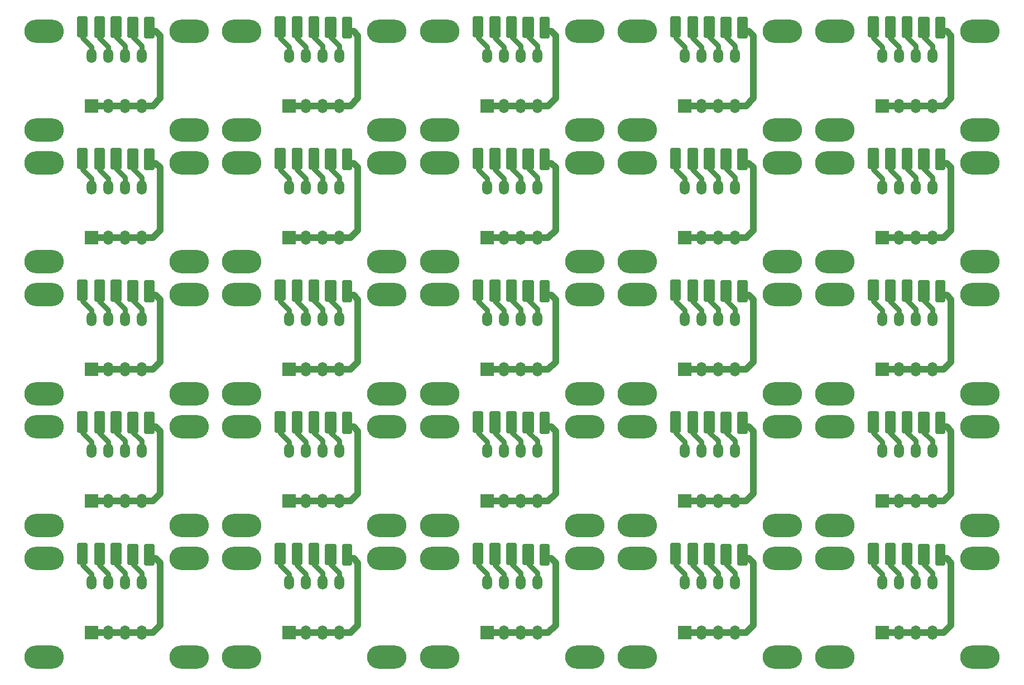
<source format=gbr>
G04 DipTrace 3.3.1.0*
G04 Bottom.gbr*
%MOIN*%
G04 #@! TF.FileFunction,Copper,L2,Bot*
G04 #@! TF.Part,Single*
%AMOUTLINE0*
4,1,20,
0.029528,0.0,
0.028082,-0.012166,
0.023888,-0.023141,
0.017356,-0.031851,
0.009125,-0.037443,
0.0,-0.03937,
-0.009125,-0.037443,
-0.017356,-0.031851,
-0.023888,-0.023141,
-0.028082,-0.012166,
-0.029528,0.0,
-0.028082,0.012166,
-0.023888,0.023141,
-0.017356,0.031851,
-0.009125,0.037443,
0.0,0.03937,
0.009125,0.037443,
0.017356,0.031851,
0.023888,0.023141,
0.028082,0.012166,
0.029528,0.0,
0*%
G04 #@! TA.AperFunction,Conductor*
%ADD13C,0.031496*%
%ADD14C,0.03937*%
G04 #@! TA.AperFunction,CopperBalancing*
%ADD15C,0.025*%
G04 #@! TA.AperFunction,ComponentPad*
%ADD16R,0.07874X0.07874*%
%ADD17O,0.059055X0.086614*%
%ADD18O,0.23622X0.137795*%
%ADD31OUTLINE0*%
%FSLAX26Y26*%
G04*
G70*
G90*
G75*
G01*
G04 Bottom*
%LPD*%
X781201Y1081201D2*
D13*
Y1043701D1*
X834252Y990650D1*
Y937402D1*
X881201Y1081201D2*
Y1043701D1*
X934252Y990650D1*
Y937402D1*
X981201Y1081201D2*
Y1049951D1*
X1034252Y996900D1*
Y937402D1*
X1081201Y1081201D2*
Y1049951D1*
X1134252Y996900D1*
Y937402D1*
X1181201Y1081201D2*
D14*
X1218701D1*
X1244094Y1055807D1*
Y681594D1*
X1199902Y637402D1*
X1134252D1*
X1034252D1*
X934252D2*
X1034252D1*
X834252D2*
X934252D1*
X763050Y1135860D2*
D15*
X796014D1*
X763050Y1110991D2*
X796014D1*
X763050Y1086122D2*
X796014D1*
X763050Y1061253D2*
X796014D1*
X760531Y1086579D2*
Y1059738D1*
X798521Y1059744D1*
X798524Y1160745D1*
X760534Y1160728D1*
X760531Y1086610D1*
X865412Y1135860D2*
X898377D1*
X865412Y1110991D2*
X898377D1*
X865412Y1086122D2*
X898377D1*
X865412Y1061253D2*
X898377D1*
X862894Y1086579D2*
Y1055790D1*
X900883Y1055807D1*
X900886Y1160756D1*
X862896Y1160728D1*
X862894Y1086610D1*
X963837Y1135860D2*
X996802D1*
X963837Y1110991D2*
X996802D1*
X963837Y1086122D2*
X996802D1*
X963837Y1061253D2*
X996802D1*
X961319Y1086579D2*
Y1055790D1*
X999308Y1055807D1*
X999311Y1160756D1*
X961322Y1160728D1*
X961319Y1086610D1*
X1062262Y1131923D2*
X1099175D1*
X1062262Y1107054D2*
X1099175D1*
X1062262Y1082185D2*
X1099175D1*
X1062262Y1057316D2*
X1099175D1*
X1059744Y1082642D2*
Y1055801D1*
X1101680Y1055807D1*
X1101673Y1156808D1*
X1059738Y1156791D1*
X1059744Y1082673D1*
X1164625Y1131923D2*
X1193678D1*
X1164625Y1107054D2*
X1193678D1*
X1164625Y1082185D2*
X1193678D1*
X1164625Y1057316D2*
X1193678D1*
X1162106Y1082642D2*
Y1051853D1*
X1196148Y1051870D1*
X1196161Y1156819D1*
X1162119Y1156791D1*
X1162106Y1082673D1*
D31*
X781201Y1081201D3*
X881201D3*
X981201D3*
X1081201D3*
X1181201D3*
D16*
X834252Y637402D3*
D17*
X934252D3*
X1034252D3*
X1134252D3*
Y937402D3*
X1034252D3*
X934252D3*
X834252D3*
D18*
X551181Y1082677D3*
X1417323D3*
X551181Y492126D3*
X1417323D3*
X1962303Y1081201D2*
D13*
Y1043701D1*
X2015354Y990650D1*
Y937402D1*
X2062303Y1081201D2*
Y1043701D1*
X2115354Y990650D1*
Y937402D1*
X2162303Y1081201D2*
Y1049951D1*
X2215354Y996900D1*
Y937402D1*
X2262303Y1081201D2*
Y1049951D1*
X2315354Y996900D1*
Y937402D1*
X2362303Y1081201D2*
D14*
X2399803D1*
X2425197Y1055807D1*
Y681594D1*
X2381004Y637402D1*
X2315354D1*
X2215354D1*
X2115354D2*
X2215354D1*
X2015354D2*
X2115354D1*
X1944152Y1135860D2*
D15*
X1977117D1*
X1944152Y1110991D2*
X1977117D1*
X1944152Y1086122D2*
X1977117D1*
X1944152Y1061253D2*
X1977117D1*
X1941634Y1086579D2*
Y1059738D1*
X1979623Y1059744D1*
X1979626Y1160745D1*
X1941636Y1160728D1*
X1941634Y1086610D1*
X2046514Y1135860D2*
X2079479D1*
X2046514Y1110991D2*
X2079479D1*
X2046514Y1086122D2*
X2079479D1*
X2046514Y1061253D2*
X2079479D1*
X2043996Y1086579D2*
Y1055790D1*
X2081986Y1055807D1*
X2081988Y1160756D1*
X2043999Y1160728D1*
X2043996Y1086610D1*
X2144940Y1135860D2*
X2177904D1*
X2144940Y1110991D2*
X2177904D1*
X2144940Y1086122D2*
X2177904D1*
X2144940Y1061253D2*
X2177904D1*
X2142421Y1086579D2*
Y1055790D1*
X2180411Y1055807D1*
X2180413Y1160756D1*
X2142424Y1160728D1*
X2142421Y1086610D1*
X2243365Y1131923D2*
X2280277D1*
X2243365Y1107054D2*
X2280277D1*
X2243365Y1082185D2*
X2280277D1*
X2243365Y1057316D2*
X2280277D1*
X2240846Y1082642D2*
Y1055801D1*
X2282782Y1055807D1*
X2282776Y1156808D1*
X2240840Y1156791D1*
X2240846Y1082673D1*
X2345727Y1131923D2*
X2374781D1*
X2345727Y1107054D2*
X2374781D1*
X2345727Y1082185D2*
X2374781D1*
X2345727Y1057316D2*
X2374781D1*
X2343209Y1082642D2*
Y1051853D1*
X2377251Y1051870D1*
X2377264Y1156819D1*
X2343222Y1156791D1*
X2343209Y1082673D1*
D31*
X1962303Y1081201D3*
X2062303D3*
X2162303D3*
X2262303D3*
X2362303D3*
D16*
X2015354Y637402D3*
D17*
X2115354D3*
X2215354D3*
X2315354D3*
Y937402D3*
X2215354D3*
X2115354D3*
X2015354D3*
D18*
X1732283Y1082677D3*
X2598425D3*
X1732283Y492126D3*
X2598425D3*
X3143406Y1081201D2*
D13*
Y1043701D1*
X3196457Y990650D1*
Y937402D1*
X3243406Y1081201D2*
Y1043701D1*
X3296457Y990650D1*
Y937402D1*
X3343406Y1081201D2*
Y1049951D1*
X3396457Y996900D1*
Y937402D1*
X3443406Y1081201D2*
Y1049951D1*
X3496457Y996900D1*
Y937402D1*
X3543406Y1081201D2*
D14*
X3580906D1*
X3606299Y1055807D1*
Y681594D1*
X3562106Y637402D1*
X3496457D1*
X3396457D1*
X3296457D2*
X3396457D1*
X3196457D2*
X3296457D1*
X3125255Y1135860D2*
D15*
X3158219D1*
X3125255Y1110991D2*
X3158219D1*
X3125255Y1086122D2*
X3158219D1*
X3125255Y1061253D2*
X3158219D1*
X3122736Y1086579D2*
Y1059738D1*
X3160726Y1059744D1*
X3160728Y1160745D1*
X3122739Y1160728D1*
X3122736Y1086610D1*
X3227617Y1135860D2*
X3260581D1*
X3227617Y1110991D2*
X3260581D1*
X3227617Y1086122D2*
X3260581D1*
X3227617Y1061253D2*
X3260581D1*
X3225098Y1086579D2*
Y1055790D1*
X3263088Y1055807D1*
X3263091Y1160756D1*
X3225101Y1160728D1*
X3225098Y1086610D1*
X3326042Y1135860D2*
X3359007D1*
X3326042Y1110991D2*
X3359007D1*
X3326042Y1086122D2*
X3359007D1*
X3326042Y1061253D2*
X3359007D1*
X3323524Y1086579D2*
Y1055790D1*
X3361513Y1055807D1*
X3361516Y1160756D1*
X3323526Y1160728D1*
X3323524Y1086610D1*
X3424467Y1131923D2*
X3461379D1*
X3424467Y1107054D2*
X3461379D1*
X3424467Y1082185D2*
X3461379D1*
X3424467Y1057316D2*
X3461379D1*
X3421949Y1082642D2*
Y1055801D1*
X3463885Y1055807D1*
X3463878Y1156808D1*
X3421942Y1156791D1*
X3421949Y1082673D1*
X3526829Y1131923D2*
X3555883D1*
X3526829Y1107054D2*
X3555883D1*
X3526829Y1082185D2*
X3555883D1*
X3526829Y1057316D2*
X3555883D1*
X3524311Y1082642D2*
Y1051853D1*
X3558353Y1051870D1*
X3558366Y1156819D1*
X3524324Y1156791D1*
X3524311Y1082673D1*
D31*
X3143406Y1081201D3*
X3243406D3*
X3343406D3*
X3443406D3*
X3543406D3*
D16*
X3196457Y637402D3*
D17*
X3296457D3*
X3396457D3*
X3496457D3*
Y937402D3*
X3396457D3*
X3296457D3*
X3196457D3*
D18*
X2913386Y1082677D3*
X3779528D3*
X2913386Y492126D3*
X3779528D3*
X4324508Y1081201D2*
D13*
Y1043701D1*
X4377559Y990650D1*
Y937402D1*
X4424508Y1081201D2*
Y1043701D1*
X4477559Y990650D1*
Y937402D1*
X4524508Y1081201D2*
Y1049951D1*
X4577559Y996900D1*
Y937402D1*
X4624508Y1081201D2*
Y1049951D1*
X4677559Y996900D1*
Y937402D1*
X4724508Y1081201D2*
D14*
X4762008D1*
X4787402Y1055807D1*
Y681594D1*
X4743209Y637402D1*
X4677559D1*
X4577559D1*
X4477559D2*
X4577559D1*
X4377559D2*
X4477559D1*
X4306357Y1135860D2*
D15*
X4339322D1*
X4306357Y1110991D2*
X4339322D1*
X4306357Y1086122D2*
X4339322D1*
X4306357Y1061253D2*
X4339322D1*
X4303839Y1086579D2*
Y1059738D1*
X4341828Y1059744D1*
X4341831Y1160745D1*
X4303841Y1160728D1*
X4303839Y1086610D1*
X4408719Y1135860D2*
X4441684D1*
X4408719Y1110991D2*
X4441684D1*
X4408719Y1086122D2*
X4441684D1*
X4408719Y1061253D2*
X4441684D1*
X4406201Y1086579D2*
Y1055790D1*
X4444190Y1055807D1*
X4444193Y1160756D1*
X4406203Y1160728D1*
X4406201Y1086610D1*
X4507144Y1135860D2*
X4540109D1*
X4507144Y1110991D2*
X4540109D1*
X4507144Y1086122D2*
X4540109D1*
X4507144Y1061253D2*
X4540109D1*
X4504626Y1086579D2*
Y1055790D1*
X4542615Y1055807D1*
X4542618Y1160756D1*
X4504629Y1160728D1*
X4504626Y1086610D1*
X4605570Y1131923D2*
X4642482D1*
X4605570Y1107054D2*
X4642482D1*
X4605570Y1082185D2*
X4642482D1*
X4605570Y1057316D2*
X4642482D1*
X4603051Y1082642D2*
Y1055801D1*
X4644987Y1055807D1*
X4644980Y1156808D1*
X4603045Y1156791D1*
X4603051Y1082673D1*
X4707932Y1131923D2*
X4736986D1*
X4707932Y1107054D2*
X4736986D1*
X4707932Y1082185D2*
X4736986D1*
X4707932Y1057316D2*
X4736986D1*
X4705413Y1082642D2*
Y1051853D1*
X4739455Y1051870D1*
X4739469Y1156819D1*
X4705427Y1156791D1*
X4705413Y1082673D1*
D31*
X4324508Y1081201D3*
X4424508D3*
X4524508D3*
X4624508D3*
X4724508D3*
D16*
X4377559Y637402D3*
D17*
X4477559D3*
X4577559D3*
X4677559D3*
Y937402D3*
X4577559D3*
X4477559D3*
X4377559D3*
D18*
X4094488Y1082677D3*
X4960630D3*
X4094488Y492126D3*
X4960630D3*
X5505610Y1081201D2*
D13*
Y1043701D1*
X5558661Y990650D1*
Y937402D1*
X5605610Y1081201D2*
Y1043701D1*
X5658661Y990650D1*
Y937402D1*
X5705610Y1081201D2*
Y1049951D1*
X5758661Y996900D1*
Y937402D1*
X5805610Y1081201D2*
Y1049951D1*
X5858661Y996900D1*
Y937402D1*
X5905610Y1081201D2*
D14*
X5943110D1*
X5968504Y1055807D1*
Y681594D1*
X5924311Y637402D1*
X5858661D1*
X5758661D1*
X5658661D2*
X5758661D1*
X5558661D2*
X5658661D1*
X5487459Y1135860D2*
D15*
X5520424D1*
X5487459Y1110991D2*
X5520424D1*
X5487459Y1086122D2*
X5520424D1*
X5487459Y1061253D2*
X5520424D1*
X5484941Y1086579D2*
Y1059738D1*
X5522930Y1059744D1*
X5522933Y1160745D1*
X5484944Y1160728D1*
X5484941Y1086610D1*
X5589822Y1135860D2*
X5622786D1*
X5589822Y1110991D2*
X5622786D1*
X5589822Y1086122D2*
X5622786D1*
X5589822Y1061253D2*
X5622786D1*
X5587303Y1086579D2*
Y1055790D1*
X5625293Y1055807D1*
X5625295Y1160756D1*
X5587306Y1160728D1*
X5587303Y1086610D1*
X5688247Y1135860D2*
X5721211D1*
X5688247Y1110991D2*
X5721211D1*
X5688247Y1086122D2*
X5721211D1*
X5688247Y1061253D2*
X5721211D1*
X5685728Y1086579D2*
Y1055790D1*
X5723718Y1055807D1*
X5723720Y1160756D1*
X5685731Y1160728D1*
X5685728Y1086610D1*
X5786672Y1131923D2*
X5823584D1*
X5786672Y1107054D2*
X5823584D1*
X5786672Y1082185D2*
X5823584D1*
X5786672Y1057316D2*
X5823584D1*
X5784154Y1082642D2*
Y1055801D1*
X5826089Y1055807D1*
X5826083Y1156808D1*
X5784147Y1156791D1*
X5784154Y1082673D1*
X5889034Y1131923D2*
X5918088D1*
X5889034Y1107054D2*
X5918088D1*
X5889034Y1082185D2*
X5918088D1*
X5889034Y1057316D2*
X5918088D1*
X5886516Y1082642D2*
Y1051853D1*
X5920558Y1051870D1*
X5920571Y1156819D1*
X5886529Y1156791D1*
X5886516Y1082673D1*
D31*
X5505610Y1081201D3*
X5605610D3*
X5705610D3*
X5805610D3*
X5905610D3*
D16*
X5558661Y637402D3*
D17*
X5658661D3*
X5758661D3*
X5858661D3*
Y937402D3*
X5758661D3*
X5658661D3*
X5558661D3*
D18*
X5275591Y1082677D3*
X6141732D3*
X5275591Y492126D3*
X6141732D3*
X781201Y1868602D2*
D13*
Y1831102D1*
X834252Y1778051D1*
Y1724803D1*
X881201Y1868602D2*
Y1831102D1*
X934252Y1778051D1*
Y1724803D1*
X981201Y1868602D2*
Y1837353D1*
X1034252Y1784302D1*
Y1724803D1*
X1081201Y1868602D2*
Y1837353D1*
X1134252Y1784302D1*
Y1724803D1*
X1181201Y1868602D2*
D14*
X1218701D1*
X1244094Y1843209D1*
Y1468996D1*
X1199902Y1424803D1*
X1134252D1*
X1034252D1*
X934252D2*
X1034252D1*
X834252D2*
X934252D1*
X763050Y1923261D2*
D15*
X796014D1*
X763050Y1898392D2*
X796014D1*
X763050Y1873524D2*
X796014D1*
X763050Y1848655D2*
X796014D1*
X760531Y1873980D2*
Y1847139D1*
X798521Y1847146D1*
X798524Y1948147D1*
X760534Y1948130D1*
X760531Y1874012D1*
X865412Y1923261D2*
X898377D1*
X865412Y1898392D2*
X898377D1*
X865412Y1873524D2*
X898377D1*
X865412Y1848655D2*
X898377D1*
X862894Y1873980D2*
Y1843192D1*
X900883Y1843209D1*
X900886Y1948157D1*
X862896Y1948130D1*
X862894Y1874012D1*
X963837Y1923261D2*
X996802D1*
X963837Y1898392D2*
X996802D1*
X963837Y1873524D2*
X996802D1*
X963837Y1848655D2*
X996802D1*
X961319Y1873980D2*
Y1843192D1*
X999308Y1843209D1*
X999311Y1948157D1*
X961322Y1948130D1*
X961319Y1874012D1*
X1062262Y1919324D2*
X1099175D1*
X1062262Y1894455D2*
X1099175D1*
X1062262Y1869587D2*
X1099175D1*
X1062262Y1844718D2*
X1099175D1*
X1059744Y1870043D2*
Y1843202D1*
X1101680Y1843209D1*
X1101673Y1944210D1*
X1059738Y1944193D1*
X1059744Y1870075D1*
X1164625Y1919324D2*
X1193678D1*
X1164625Y1894455D2*
X1193678D1*
X1164625Y1869587D2*
X1193678D1*
X1164625Y1844718D2*
X1193678D1*
X1162106Y1870043D2*
Y1839255D1*
X1196148Y1839272D1*
X1196161Y1944220D1*
X1162119Y1944193D1*
X1162106Y1870075D1*
D31*
X781201Y1868602D3*
X881201D3*
X981201D3*
X1081201D3*
X1181201D3*
D16*
X834252Y1424803D3*
D17*
X934252D3*
X1034252D3*
X1134252D3*
Y1724803D3*
X1034252D3*
X934252D3*
X834252D3*
D18*
X551181Y1870079D3*
X1417323D3*
X551181Y1279528D3*
X1417323D3*
X1962303Y1868602D2*
D13*
Y1831102D1*
X2015354Y1778051D1*
Y1724803D1*
X2062303Y1868602D2*
Y1831102D1*
X2115354Y1778051D1*
Y1724803D1*
X2162303Y1868602D2*
Y1837353D1*
X2215354Y1784302D1*
Y1724803D1*
X2262303Y1868602D2*
Y1837353D1*
X2315354Y1784302D1*
Y1724803D1*
X2362303Y1868602D2*
D14*
X2399803D1*
X2425197Y1843209D1*
Y1468996D1*
X2381004Y1424803D1*
X2315354D1*
X2215354D1*
X2115354D2*
X2215354D1*
X2015354D2*
X2115354D1*
X1944152Y1923261D2*
D15*
X1977117D1*
X1944152Y1898392D2*
X1977117D1*
X1944152Y1873524D2*
X1977117D1*
X1944152Y1848655D2*
X1977117D1*
X1941634Y1873980D2*
Y1847139D1*
X1979623Y1847146D1*
X1979626Y1948147D1*
X1941636Y1948130D1*
X1941634Y1874012D1*
X2046514Y1923261D2*
X2079479D1*
X2046514Y1898392D2*
X2079479D1*
X2046514Y1873524D2*
X2079479D1*
X2046514Y1848655D2*
X2079479D1*
X2043996Y1873980D2*
Y1843192D1*
X2081986Y1843209D1*
X2081988Y1948157D1*
X2043999Y1948130D1*
X2043996Y1874012D1*
X2144940Y1923261D2*
X2177904D1*
X2144940Y1898392D2*
X2177904D1*
X2144940Y1873524D2*
X2177904D1*
X2144940Y1848655D2*
X2177904D1*
X2142421Y1873980D2*
Y1843192D1*
X2180411Y1843209D1*
X2180413Y1948157D1*
X2142424Y1948130D1*
X2142421Y1874012D1*
X2243365Y1919324D2*
X2280277D1*
X2243365Y1894455D2*
X2280277D1*
X2243365Y1869587D2*
X2280277D1*
X2243365Y1844718D2*
X2280277D1*
X2240846Y1870043D2*
Y1843202D1*
X2282782Y1843209D1*
X2282776Y1944210D1*
X2240840Y1944193D1*
X2240846Y1870075D1*
X2345727Y1919324D2*
X2374781D1*
X2345727Y1894455D2*
X2374781D1*
X2345727Y1869587D2*
X2374781D1*
X2345727Y1844718D2*
X2374781D1*
X2343209Y1870043D2*
Y1839255D1*
X2377251Y1839272D1*
X2377264Y1944220D1*
X2343222Y1944193D1*
X2343209Y1870075D1*
D31*
X1962303Y1868602D3*
X2062303D3*
X2162303D3*
X2262303D3*
X2362303D3*
D16*
X2015354Y1424803D3*
D17*
X2115354D3*
X2215354D3*
X2315354D3*
Y1724803D3*
X2215354D3*
X2115354D3*
X2015354D3*
D18*
X1732283Y1870079D3*
X2598425D3*
X1732283Y1279528D3*
X2598425D3*
X3143406Y1868602D2*
D13*
Y1831102D1*
X3196457Y1778051D1*
Y1724803D1*
X3243406Y1868602D2*
Y1831102D1*
X3296457Y1778051D1*
Y1724803D1*
X3343406Y1868602D2*
Y1837353D1*
X3396457Y1784302D1*
Y1724803D1*
X3443406Y1868602D2*
Y1837353D1*
X3496457Y1784302D1*
Y1724803D1*
X3543406Y1868602D2*
D14*
X3580906D1*
X3606299Y1843209D1*
Y1468996D1*
X3562106Y1424803D1*
X3496457D1*
X3396457D1*
X3296457D2*
X3396457D1*
X3196457D2*
X3296457D1*
X3125255Y1923261D2*
D15*
X3158219D1*
X3125255Y1898392D2*
X3158219D1*
X3125255Y1873524D2*
X3158219D1*
X3125255Y1848655D2*
X3158219D1*
X3122736Y1873980D2*
Y1847139D1*
X3160726Y1847146D1*
X3160728Y1948147D1*
X3122739Y1948130D1*
X3122736Y1874012D1*
X3227617Y1923261D2*
X3260581D1*
X3227617Y1898392D2*
X3260581D1*
X3227617Y1873524D2*
X3260581D1*
X3227617Y1848655D2*
X3260581D1*
X3225098Y1873980D2*
Y1843192D1*
X3263088Y1843209D1*
X3263091Y1948157D1*
X3225101Y1948130D1*
X3225098Y1874012D1*
X3326042Y1923261D2*
X3359007D1*
X3326042Y1898392D2*
X3359007D1*
X3326042Y1873524D2*
X3359007D1*
X3326042Y1848655D2*
X3359007D1*
X3323524Y1873980D2*
Y1843192D1*
X3361513Y1843209D1*
X3361516Y1948157D1*
X3323526Y1948130D1*
X3323524Y1874012D1*
X3424467Y1919324D2*
X3461379D1*
X3424467Y1894455D2*
X3461379D1*
X3424467Y1869587D2*
X3461379D1*
X3424467Y1844718D2*
X3461379D1*
X3421949Y1870043D2*
Y1843202D1*
X3463885Y1843209D1*
X3463878Y1944210D1*
X3421942Y1944193D1*
X3421949Y1870075D1*
X3526829Y1919324D2*
X3555883D1*
X3526829Y1894455D2*
X3555883D1*
X3526829Y1869587D2*
X3555883D1*
X3526829Y1844718D2*
X3555883D1*
X3524311Y1870043D2*
Y1839255D1*
X3558353Y1839272D1*
X3558366Y1944220D1*
X3524324Y1944193D1*
X3524311Y1870075D1*
D31*
X3143406Y1868602D3*
X3243406D3*
X3343406D3*
X3443406D3*
X3543406D3*
D16*
X3196457Y1424803D3*
D17*
X3296457D3*
X3396457D3*
X3496457D3*
Y1724803D3*
X3396457D3*
X3296457D3*
X3196457D3*
D18*
X2913386Y1870079D3*
X3779528D3*
X2913386Y1279528D3*
X3779528D3*
X4324508Y1868602D2*
D13*
Y1831102D1*
X4377559Y1778051D1*
Y1724803D1*
X4424508Y1868602D2*
Y1831102D1*
X4477559Y1778051D1*
Y1724803D1*
X4524508Y1868602D2*
Y1837353D1*
X4577559Y1784302D1*
Y1724803D1*
X4624508Y1868602D2*
Y1837353D1*
X4677559Y1784302D1*
Y1724803D1*
X4724508Y1868602D2*
D14*
X4762008D1*
X4787402Y1843209D1*
Y1468996D1*
X4743209Y1424803D1*
X4677559D1*
X4577559D1*
X4477559D2*
X4577559D1*
X4377559D2*
X4477559D1*
X4306357Y1923261D2*
D15*
X4339322D1*
X4306357Y1898392D2*
X4339322D1*
X4306357Y1873524D2*
X4339322D1*
X4306357Y1848655D2*
X4339322D1*
X4303839Y1873980D2*
Y1847139D1*
X4341828Y1847146D1*
X4341831Y1948147D1*
X4303841Y1948130D1*
X4303839Y1874012D1*
X4408719Y1923261D2*
X4441684D1*
X4408719Y1898392D2*
X4441684D1*
X4408719Y1873524D2*
X4441684D1*
X4408719Y1848655D2*
X4441684D1*
X4406201Y1873980D2*
Y1843192D1*
X4444190Y1843209D1*
X4444193Y1948157D1*
X4406203Y1948130D1*
X4406201Y1874012D1*
X4507144Y1923261D2*
X4540109D1*
X4507144Y1898392D2*
X4540109D1*
X4507144Y1873524D2*
X4540109D1*
X4507144Y1848655D2*
X4540109D1*
X4504626Y1873980D2*
Y1843192D1*
X4542615Y1843209D1*
X4542618Y1948157D1*
X4504629Y1948130D1*
X4504626Y1874012D1*
X4605570Y1919324D2*
X4642482D1*
X4605570Y1894455D2*
X4642482D1*
X4605570Y1869587D2*
X4642482D1*
X4605570Y1844718D2*
X4642482D1*
X4603051Y1870043D2*
Y1843202D1*
X4644987Y1843209D1*
X4644980Y1944210D1*
X4603045Y1944193D1*
X4603051Y1870075D1*
X4707932Y1919324D2*
X4736986D1*
X4707932Y1894455D2*
X4736986D1*
X4707932Y1869587D2*
X4736986D1*
X4707932Y1844718D2*
X4736986D1*
X4705413Y1870043D2*
Y1839255D1*
X4739455Y1839272D1*
X4739469Y1944220D1*
X4705427Y1944193D1*
X4705413Y1870075D1*
D31*
X4324508Y1868602D3*
X4424508D3*
X4524508D3*
X4624508D3*
X4724508D3*
D16*
X4377559Y1424803D3*
D17*
X4477559D3*
X4577559D3*
X4677559D3*
Y1724803D3*
X4577559D3*
X4477559D3*
X4377559D3*
D18*
X4094488Y1870079D3*
X4960630D3*
X4094488Y1279528D3*
X4960630D3*
X5505610Y1868602D2*
D13*
Y1831102D1*
X5558661Y1778051D1*
Y1724803D1*
X5605610Y1868602D2*
Y1831102D1*
X5658661Y1778051D1*
Y1724803D1*
X5705610Y1868602D2*
Y1837353D1*
X5758661Y1784302D1*
Y1724803D1*
X5805610Y1868602D2*
Y1837353D1*
X5858661Y1784302D1*
Y1724803D1*
X5905610Y1868602D2*
D14*
X5943110D1*
X5968504Y1843209D1*
Y1468996D1*
X5924311Y1424803D1*
X5858661D1*
X5758661D1*
X5658661D2*
X5758661D1*
X5558661D2*
X5658661D1*
X5487459Y1923261D2*
D15*
X5520424D1*
X5487459Y1898392D2*
X5520424D1*
X5487459Y1873524D2*
X5520424D1*
X5487459Y1848655D2*
X5520424D1*
X5484941Y1873980D2*
Y1847139D1*
X5522930Y1847146D1*
X5522933Y1948147D1*
X5484944Y1948130D1*
X5484941Y1874012D1*
X5589822Y1923261D2*
X5622786D1*
X5589822Y1898392D2*
X5622786D1*
X5589822Y1873524D2*
X5622786D1*
X5589822Y1848655D2*
X5622786D1*
X5587303Y1873980D2*
Y1843192D1*
X5625293Y1843209D1*
X5625295Y1948157D1*
X5587306Y1948130D1*
X5587303Y1874012D1*
X5688247Y1923261D2*
X5721211D1*
X5688247Y1898392D2*
X5721211D1*
X5688247Y1873524D2*
X5721211D1*
X5688247Y1848655D2*
X5721211D1*
X5685728Y1873980D2*
Y1843192D1*
X5723718Y1843209D1*
X5723720Y1948157D1*
X5685731Y1948130D1*
X5685728Y1874012D1*
X5786672Y1919324D2*
X5823584D1*
X5786672Y1894455D2*
X5823584D1*
X5786672Y1869587D2*
X5823584D1*
X5786672Y1844718D2*
X5823584D1*
X5784154Y1870043D2*
Y1843202D1*
X5826089Y1843209D1*
X5826083Y1944210D1*
X5784147Y1944193D1*
X5784154Y1870075D1*
X5889034Y1919324D2*
X5918088D1*
X5889034Y1894455D2*
X5918088D1*
X5889034Y1869587D2*
X5918088D1*
X5889034Y1844718D2*
X5918088D1*
X5886516Y1870043D2*
Y1839255D1*
X5920558Y1839272D1*
X5920571Y1944220D1*
X5886529Y1944193D1*
X5886516Y1870075D1*
D31*
X5505610Y1868602D3*
X5605610D3*
X5705610D3*
X5805610D3*
X5905610D3*
D16*
X5558661Y1424803D3*
D17*
X5658661D3*
X5758661D3*
X5858661D3*
Y1724803D3*
X5758661D3*
X5658661D3*
X5558661D3*
D18*
X5275591Y1870079D3*
X6141732D3*
X5275591Y1279528D3*
X6141732D3*
X781201Y2656004D2*
D13*
Y2618504D1*
X834252Y2565453D1*
Y2512205D1*
X881201Y2656004D2*
Y2618504D1*
X934252Y2565453D1*
Y2512205D1*
X981201Y2656004D2*
Y2624755D1*
X1034252Y2571703D1*
Y2512205D1*
X1081201Y2656004D2*
Y2624755D1*
X1134252Y2571703D1*
Y2512205D1*
X1181201Y2656004D2*
D14*
X1218701D1*
X1244094Y2630610D1*
Y2256398D1*
X1199902Y2212205D1*
X1134252D1*
X1034252D1*
X934252D2*
X1034252D1*
X834252D2*
X934252D1*
X763050Y2710663D2*
D15*
X796014D1*
X763050Y2685794D2*
X796014D1*
X763050Y2660925D2*
X796014D1*
X763050Y2636056D2*
X796014D1*
X760531Y2661382D2*
Y2634541D1*
X798521Y2634547D1*
X798524Y2735549D1*
X760534Y2735531D1*
X760531Y2661413D1*
X865412Y2710663D2*
X898377D1*
X865412Y2685794D2*
X898377D1*
X865412Y2660925D2*
X898377D1*
X865412Y2636056D2*
X898377D1*
X862894Y2661382D2*
Y2630593D1*
X900883Y2630610D1*
X900886Y2735559D1*
X862896Y2735531D1*
X862894Y2661413D1*
X963837Y2710663D2*
X996802D1*
X963837Y2685794D2*
X996802D1*
X963837Y2660925D2*
X996802D1*
X963837Y2636056D2*
X996802D1*
X961319Y2661382D2*
Y2630593D1*
X999308Y2630610D1*
X999311Y2735559D1*
X961322Y2735531D1*
X961319Y2661413D1*
X1062262Y2706726D2*
X1099175D1*
X1062262Y2681857D2*
X1099175D1*
X1062262Y2656988D2*
X1099175D1*
X1062262Y2632119D2*
X1099175D1*
X1059744Y2657445D2*
Y2630604D1*
X1101680Y2630610D1*
X1101673Y2731612D1*
X1059738Y2731594D1*
X1059744Y2657476D1*
X1164625Y2706726D2*
X1193678D1*
X1164625Y2681857D2*
X1193678D1*
X1164625Y2656988D2*
X1193678D1*
X1164625Y2632119D2*
X1193678D1*
X1162106Y2657445D2*
Y2626656D1*
X1196148Y2626673D1*
X1196161Y2731622D1*
X1162119Y2731594D1*
X1162106Y2657476D1*
D31*
X781201Y2656004D3*
X881201D3*
X981201D3*
X1081201D3*
X1181201D3*
D16*
X834252Y2212205D3*
D17*
X934252D3*
X1034252D3*
X1134252D3*
Y2512205D3*
X1034252D3*
X934252D3*
X834252D3*
D18*
X551181Y2657480D3*
X1417323D3*
X551181Y2066929D3*
X1417323D3*
X1962303Y2656004D2*
D13*
Y2618504D1*
X2015354Y2565453D1*
Y2512205D1*
X2062303Y2656004D2*
Y2618504D1*
X2115354Y2565453D1*
Y2512205D1*
X2162303Y2656004D2*
Y2624755D1*
X2215354Y2571703D1*
Y2512205D1*
X2262303Y2656004D2*
Y2624755D1*
X2315354Y2571703D1*
Y2512205D1*
X2362303Y2656004D2*
D14*
X2399803D1*
X2425197Y2630610D1*
Y2256398D1*
X2381004Y2212205D1*
X2315354D1*
X2215354D1*
X2115354D2*
X2215354D1*
X2015354D2*
X2115354D1*
X1944152Y2710663D2*
D15*
X1977117D1*
X1944152Y2685794D2*
X1977117D1*
X1944152Y2660925D2*
X1977117D1*
X1944152Y2636056D2*
X1977117D1*
X1941634Y2661382D2*
Y2634541D1*
X1979623Y2634547D1*
X1979626Y2735549D1*
X1941636Y2735531D1*
X1941634Y2661413D1*
X2046514Y2710663D2*
X2079479D1*
X2046514Y2685794D2*
X2079479D1*
X2046514Y2660925D2*
X2079479D1*
X2046514Y2636056D2*
X2079479D1*
X2043996Y2661382D2*
Y2630593D1*
X2081986Y2630610D1*
X2081988Y2735559D1*
X2043999Y2735531D1*
X2043996Y2661413D1*
X2144940Y2710663D2*
X2177904D1*
X2144940Y2685794D2*
X2177904D1*
X2144940Y2660925D2*
X2177904D1*
X2144940Y2636056D2*
X2177904D1*
X2142421Y2661382D2*
Y2630593D1*
X2180411Y2630610D1*
X2180413Y2735559D1*
X2142424Y2735531D1*
X2142421Y2661413D1*
X2243365Y2706726D2*
X2280277D1*
X2243365Y2681857D2*
X2280277D1*
X2243365Y2656988D2*
X2280277D1*
X2243365Y2632119D2*
X2280277D1*
X2240846Y2657445D2*
Y2630604D1*
X2282782Y2630610D1*
X2282776Y2731612D1*
X2240840Y2731594D1*
X2240846Y2657476D1*
X2345727Y2706726D2*
X2374781D1*
X2345727Y2681857D2*
X2374781D1*
X2345727Y2656988D2*
X2374781D1*
X2345727Y2632119D2*
X2374781D1*
X2343209Y2657445D2*
Y2626656D1*
X2377251Y2626673D1*
X2377264Y2731622D1*
X2343222Y2731594D1*
X2343209Y2657476D1*
D31*
X1962303Y2656004D3*
X2062303D3*
X2162303D3*
X2262303D3*
X2362303D3*
D16*
X2015354Y2212205D3*
D17*
X2115354D3*
X2215354D3*
X2315354D3*
Y2512205D3*
X2215354D3*
X2115354D3*
X2015354D3*
D18*
X1732283Y2657480D3*
X2598425D3*
X1732283Y2066929D3*
X2598425D3*
X3143406Y2656004D2*
D13*
Y2618504D1*
X3196457Y2565453D1*
Y2512205D1*
X3243406Y2656004D2*
Y2618504D1*
X3296457Y2565453D1*
Y2512205D1*
X3343406Y2656004D2*
Y2624755D1*
X3396457Y2571703D1*
Y2512205D1*
X3443406Y2656004D2*
Y2624755D1*
X3496457Y2571703D1*
Y2512205D1*
X3543406Y2656004D2*
D14*
X3580906D1*
X3606299Y2630610D1*
Y2256398D1*
X3562106Y2212205D1*
X3496457D1*
X3396457D1*
X3296457D2*
X3396457D1*
X3196457D2*
X3296457D1*
X3125255Y2710663D2*
D15*
X3158219D1*
X3125255Y2685794D2*
X3158219D1*
X3125255Y2660925D2*
X3158219D1*
X3125255Y2636056D2*
X3158219D1*
X3122736Y2661382D2*
Y2634541D1*
X3160726Y2634547D1*
X3160728Y2735549D1*
X3122739Y2735531D1*
X3122736Y2661413D1*
X3227617Y2710663D2*
X3260581D1*
X3227617Y2685794D2*
X3260581D1*
X3227617Y2660925D2*
X3260581D1*
X3227617Y2636056D2*
X3260581D1*
X3225098Y2661382D2*
Y2630593D1*
X3263088Y2630610D1*
X3263091Y2735559D1*
X3225101Y2735531D1*
X3225098Y2661413D1*
X3326042Y2710663D2*
X3359007D1*
X3326042Y2685794D2*
X3359007D1*
X3326042Y2660925D2*
X3359007D1*
X3326042Y2636056D2*
X3359007D1*
X3323524Y2661382D2*
Y2630593D1*
X3361513Y2630610D1*
X3361516Y2735559D1*
X3323526Y2735531D1*
X3323524Y2661413D1*
X3424467Y2706726D2*
X3461379D1*
X3424467Y2681857D2*
X3461379D1*
X3424467Y2656988D2*
X3461379D1*
X3424467Y2632119D2*
X3461379D1*
X3421949Y2657445D2*
Y2630604D1*
X3463885Y2630610D1*
X3463878Y2731612D1*
X3421942Y2731594D1*
X3421949Y2657476D1*
X3526829Y2706726D2*
X3555883D1*
X3526829Y2681857D2*
X3555883D1*
X3526829Y2656988D2*
X3555883D1*
X3526829Y2632119D2*
X3555883D1*
X3524311Y2657445D2*
Y2626656D1*
X3558353Y2626673D1*
X3558366Y2731622D1*
X3524324Y2731594D1*
X3524311Y2657476D1*
D31*
X3143406Y2656004D3*
X3243406D3*
X3343406D3*
X3443406D3*
X3543406D3*
D16*
X3196457Y2212205D3*
D17*
X3296457D3*
X3396457D3*
X3496457D3*
Y2512205D3*
X3396457D3*
X3296457D3*
X3196457D3*
D18*
X2913386Y2657480D3*
X3779528D3*
X2913386Y2066929D3*
X3779528D3*
X4324508Y2656004D2*
D13*
Y2618504D1*
X4377559Y2565453D1*
Y2512205D1*
X4424508Y2656004D2*
Y2618504D1*
X4477559Y2565453D1*
Y2512205D1*
X4524508Y2656004D2*
Y2624755D1*
X4577559Y2571703D1*
Y2512205D1*
X4624508Y2656004D2*
Y2624755D1*
X4677559Y2571703D1*
Y2512205D1*
X4724508Y2656004D2*
D14*
X4762008D1*
X4787402Y2630610D1*
Y2256398D1*
X4743209Y2212205D1*
X4677559D1*
X4577559D1*
X4477559D2*
X4577559D1*
X4377559D2*
X4477559D1*
X4306357Y2710663D2*
D15*
X4339322D1*
X4306357Y2685794D2*
X4339322D1*
X4306357Y2660925D2*
X4339322D1*
X4306357Y2636056D2*
X4339322D1*
X4303839Y2661382D2*
Y2634541D1*
X4341828Y2634547D1*
X4341831Y2735549D1*
X4303841Y2735531D1*
X4303839Y2661413D1*
X4408719Y2710663D2*
X4441684D1*
X4408719Y2685794D2*
X4441684D1*
X4408719Y2660925D2*
X4441684D1*
X4408719Y2636056D2*
X4441684D1*
X4406201Y2661382D2*
Y2630593D1*
X4444190Y2630610D1*
X4444193Y2735559D1*
X4406203Y2735531D1*
X4406201Y2661413D1*
X4507144Y2710663D2*
X4540109D1*
X4507144Y2685794D2*
X4540109D1*
X4507144Y2660925D2*
X4540109D1*
X4507144Y2636056D2*
X4540109D1*
X4504626Y2661382D2*
Y2630593D1*
X4542615Y2630610D1*
X4542618Y2735559D1*
X4504629Y2735531D1*
X4504626Y2661413D1*
X4605570Y2706726D2*
X4642482D1*
X4605570Y2681857D2*
X4642482D1*
X4605570Y2656988D2*
X4642482D1*
X4605570Y2632119D2*
X4642482D1*
X4603051Y2657445D2*
Y2630604D1*
X4644987Y2630610D1*
X4644980Y2731612D1*
X4603045Y2731594D1*
X4603051Y2657476D1*
X4707932Y2706726D2*
X4736986D1*
X4707932Y2681857D2*
X4736986D1*
X4707932Y2656988D2*
X4736986D1*
X4707932Y2632119D2*
X4736986D1*
X4705413Y2657445D2*
Y2626656D1*
X4739455Y2626673D1*
X4739469Y2731622D1*
X4705427Y2731594D1*
X4705413Y2657476D1*
D31*
X4324508Y2656004D3*
X4424508D3*
X4524508D3*
X4624508D3*
X4724508D3*
D16*
X4377559Y2212205D3*
D17*
X4477559D3*
X4577559D3*
X4677559D3*
Y2512205D3*
X4577559D3*
X4477559D3*
X4377559D3*
D18*
X4094488Y2657480D3*
X4960630D3*
X4094488Y2066929D3*
X4960630D3*
X5505610Y2656004D2*
D13*
Y2618504D1*
X5558661Y2565453D1*
Y2512205D1*
X5605610Y2656004D2*
Y2618504D1*
X5658661Y2565453D1*
Y2512205D1*
X5705610Y2656004D2*
Y2624755D1*
X5758661Y2571703D1*
Y2512205D1*
X5805610Y2656004D2*
Y2624755D1*
X5858661Y2571703D1*
Y2512205D1*
X5905610Y2656004D2*
D14*
X5943110D1*
X5968504Y2630610D1*
Y2256398D1*
X5924311Y2212205D1*
X5858661D1*
X5758661D1*
X5658661D2*
X5758661D1*
X5558661D2*
X5658661D1*
X5487459Y2710663D2*
D15*
X5520424D1*
X5487459Y2685794D2*
X5520424D1*
X5487459Y2660925D2*
X5520424D1*
X5487459Y2636056D2*
X5520424D1*
X5484941Y2661382D2*
Y2634541D1*
X5522930Y2634547D1*
X5522933Y2735549D1*
X5484944Y2735531D1*
X5484941Y2661413D1*
X5589822Y2710663D2*
X5622786D1*
X5589822Y2685794D2*
X5622786D1*
X5589822Y2660925D2*
X5622786D1*
X5589822Y2636056D2*
X5622786D1*
X5587303Y2661382D2*
Y2630593D1*
X5625293Y2630610D1*
X5625295Y2735559D1*
X5587306Y2735531D1*
X5587303Y2661413D1*
X5688247Y2710663D2*
X5721211D1*
X5688247Y2685794D2*
X5721211D1*
X5688247Y2660925D2*
X5721211D1*
X5688247Y2636056D2*
X5721211D1*
X5685728Y2661382D2*
Y2630593D1*
X5723718Y2630610D1*
X5723720Y2735559D1*
X5685731Y2735531D1*
X5685728Y2661413D1*
X5786672Y2706726D2*
X5823584D1*
X5786672Y2681857D2*
X5823584D1*
X5786672Y2656988D2*
X5823584D1*
X5786672Y2632119D2*
X5823584D1*
X5784154Y2657445D2*
Y2630604D1*
X5826089Y2630610D1*
X5826083Y2731612D1*
X5784147Y2731594D1*
X5784154Y2657476D1*
X5889034Y2706726D2*
X5918088D1*
X5889034Y2681857D2*
X5918088D1*
X5889034Y2656988D2*
X5918088D1*
X5889034Y2632119D2*
X5918088D1*
X5886516Y2657445D2*
Y2626656D1*
X5920558Y2626673D1*
X5920571Y2731622D1*
X5886529Y2731594D1*
X5886516Y2657476D1*
D31*
X5505610Y2656004D3*
X5605610D3*
X5705610D3*
X5805610D3*
X5905610D3*
D16*
X5558661Y2212205D3*
D17*
X5658661D3*
X5758661D3*
X5858661D3*
Y2512205D3*
X5758661D3*
X5658661D3*
X5558661D3*
D18*
X5275591Y2657480D3*
X6141732D3*
X5275591Y2066929D3*
X6141732D3*
X781201Y3443406D2*
D13*
Y3405906D1*
X834252Y3352854D1*
Y3299606D1*
X881201Y3443406D2*
Y3405906D1*
X934252Y3352854D1*
Y3299606D1*
X981201Y3443406D2*
Y3412156D1*
X1034252Y3359105D1*
Y3299606D1*
X1081201Y3443406D2*
Y3412156D1*
X1134252Y3359105D1*
Y3299606D1*
X1181201Y3443406D2*
D14*
X1218701D1*
X1244094Y3418012D1*
Y3043799D1*
X1199902Y2999606D1*
X1134252D1*
X1034252D1*
X934252D2*
X1034252D1*
X834252D2*
X934252D1*
X763050Y3498064D2*
D15*
X796014D1*
X763050Y3473196D2*
X796014D1*
X763050Y3448327D2*
X796014D1*
X763050Y3423458D2*
X796014D1*
X760531Y3448783D2*
Y3421942D1*
X798521Y3421949D1*
X798524Y3522950D1*
X760534Y3522933D1*
X760531Y3448815D1*
X865412Y3498064D2*
X898377D1*
X865412Y3473196D2*
X898377D1*
X865412Y3448327D2*
X898377D1*
X865412Y3423458D2*
X898377D1*
X862894Y3448783D2*
Y3417995D1*
X900883Y3418012D1*
X900886Y3522961D1*
X862896Y3522933D1*
X862894Y3448815D1*
X963837Y3498064D2*
X996802D1*
X963837Y3473196D2*
X996802D1*
X963837Y3448327D2*
X996802D1*
X963837Y3423458D2*
X996802D1*
X961319Y3448783D2*
Y3417995D1*
X999308Y3418012D1*
X999311Y3522961D1*
X961322Y3522933D1*
X961319Y3448815D1*
X1062262Y3494127D2*
X1099175D1*
X1062262Y3469259D2*
X1099175D1*
X1062262Y3444390D2*
X1099175D1*
X1062262Y3419521D2*
X1099175D1*
X1059744Y3444846D2*
Y3418005D1*
X1101680Y3418012D1*
X1101673Y3519013D1*
X1059738Y3518996D1*
X1059744Y3444878D1*
X1164625Y3494127D2*
X1193678D1*
X1164625Y3469259D2*
X1193678D1*
X1164625Y3444390D2*
X1193678D1*
X1164625Y3419521D2*
X1193678D1*
X1162106Y3444846D2*
Y3414058D1*
X1196148Y3414075D1*
X1196161Y3519024D1*
X1162119Y3518996D1*
X1162106Y3444878D1*
D31*
X781201Y3443406D3*
X881201D3*
X981201D3*
X1081201D3*
X1181201D3*
D16*
X834252Y2999606D3*
D17*
X934252D3*
X1034252D3*
X1134252D3*
Y3299606D3*
X1034252D3*
X934252D3*
X834252D3*
D18*
X551181Y3444882D3*
X1417323D3*
X551181Y2854331D3*
X1417323D3*
X1962303Y3443406D2*
D13*
Y3405906D1*
X2015354Y3352854D1*
Y3299606D1*
X2062303Y3443406D2*
Y3405906D1*
X2115354Y3352854D1*
Y3299606D1*
X2162303Y3443406D2*
Y3412156D1*
X2215354Y3359105D1*
Y3299606D1*
X2262303Y3443406D2*
Y3412156D1*
X2315354Y3359105D1*
Y3299606D1*
X2362303Y3443406D2*
D14*
X2399803D1*
X2425197Y3418012D1*
Y3043799D1*
X2381004Y2999606D1*
X2315354D1*
X2215354D1*
X2115354D2*
X2215354D1*
X2015354D2*
X2115354D1*
X1944152Y3498064D2*
D15*
X1977117D1*
X1944152Y3473196D2*
X1977117D1*
X1944152Y3448327D2*
X1977117D1*
X1944152Y3423458D2*
X1977117D1*
X1941634Y3448783D2*
Y3421942D1*
X1979623Y3421949D1*
X1979626Y3522950D1*
X1941636Y3522933D1*
X1941634Y3448815D1*
X2046514Y3498064D2*
X2079479D1*
X2046514Y3473196D2*
X2079479D1*
X2046514Y3448327D2*
X2079479D1*
X2046514Y3423458D2*
X2079479D1*
X2043996Y3448783D2*
Y3417995D1*
X2081986Y3418012D1*
X2081988Y3522961D1*
X2043999Y3522933D1*
X2043996Y3448815D1*
X2144940Y3498064D2*
X2177904D1*
X2144940Y3473196D2*
X2177904D1*
X2144940Y3448327D2*
X2177904D1*
X2144940Y3423458D2*
X2177904D1*
X2142421Y3448783D2*
Y3417995D1*
X2180411Y3418012D1*
X2180413Y3522961D1*
X2142424Y3522933D1*
X2142421Y3448815D1*
X2243365Y3494127D2*
X2280277D1*
X2243365Y3469259D2*
X2280277D1*
X2243365Y3444390D2*
X2280277D1*
X2243365Y3419521D2*
X2280277D1*
X2240846Y3444846D2*
Y3418005D1*
X2282782Y3418012D1*
X2282776Y3519013D1*
X2240840Y3518996D1*
X2240846Y3444878D1*
X2345727Y3494127D2*
X2374781D1*
X2345727Y3469259D2*
X2374781D1*
X2345727Y3444390D2*
X2374781D1*
X2345727Y3419521D2*
X2374781D1*
X2343209Y3444846D2*
Y3414058D1*
X2377251Y3414075D1*
X2377264Y3519024D1*
X2343222Y3518996D1*
X2343209Y3444878D1*
D31*
X1962303Y3443406D3*
X2062303D3*
X2162303D3*
X2262303D3*
X2362303D3*
D16*
X2015354Y2999606D3*
D17*
X2115354D3*
X2215354D3*
X2315354D3*
Y3299606D3*
X2215354D3*
X2115354D3*
X2015354D3*
D18*
X1732283Y3444882D3*
X2598425D3*
X1732283Y2854331D3*
X2598425D3*
X3143406Y3443406D2*
D13*
Y3405906D1*
X3196457Y3352854D1*
Y3299606D1*
X3243406Y3443406D2*
Y3405906D1*
X3296457Y3352854D1*
Y3299606D1*
X3343406Y3443406D2*
Y3412156D1*
X3396457Y3359105D1*
Y3299606D1*
X3443406Y3443406D2*
Y3412156D1*
X3496457Y3359105D1*
Y3299606D1*
X3543406Y3443406D2*
D14*
X3580906D1*
X3606299Y3418012D1*
Y3043799D1*
X3562106Y2999606D1*
X3496457D1*
X3396457D1*
X3296457D2*
X3396457D1*
X3196457D2*
X3296457D1*
X3125255Y3498064D2*
D15*
X3158219D1*
X3125255Y3473196D2*
X3158219D1*
X3125255Y3448327D2*
X3158219D1*
X3125255Y3423458D2*
X3158219D1*
X3122736Y3448783D2*
Y3421942D1*
X3160726Y3421949D1*
X3160728Y3522950D1*
X3122739Y3522933D1*
X3122736Y3448815D1*
X3227617Y3498064D2*
X3260581D1*
X3227617Y3473196D2*
X3260581D1*
X3227617Y3448327D2*
X3260581D1*
X3227617Y3423458D2*
X3260581D1*
X3225098Y3448783D2*
Y3417995D1*
X3263088Y3418012D1*
X3263091Y3522961D1*
X3225101Y3522933D1*
X3225098Y3448815D1*
X3326042Y3498064D2*
X3359007D1*
X3326042Y3473196D2*
X3359007D1*
X3326042Y3448327D2*
X3359007D1*
X3326042Y3423458D2*
X3359007D1*
X3323524Y3448783D2*
Y3417995D1*
X3361513Y3418012D1*
X3361516Y3522961D1*
X3323526Y3522933D1*
X3323524Y3448815D1*
X3424467Y3494127D2*
X3461379D1*
X3424467Y3469259D2*
X3461379D1*
X3424467Y3444390D2*
X3461379D1*
X3424467Y3419521D2*
X3461379D1*
X3421949Y3444846D2*
Y3418005D1*
X3463885Y3418012D1*
X3463878Y3519013D1*
X3421942Y3518996D1*
X3421949Y3444878D1*
X3526829Y3494127D2*
X3555883D1*
X3526829Y3469259D2*
X3555883D1*
X3526829Y3444390D2*
X3555883D1*
X3526829Y3419521D2*
X3555883D1*
X3524311Y3444846D2*
Y3414058D1*
X3558353Y3414075D1*
X3558366Y3519024D1*
X3524324Y3518996D1*
X3524311Y3444878D1*
D31*
X3143406Y3443406D3*
X3243406D3*
X3343406D3*
X3443406D3*
X3543406D3*
D16*
X3196457Y2999606D3*
D17*
X3296457D3*
X3396457D3*
X3496457D3*
Y3299606D3*
X3396457D3*
X3296457D3*
X3196457D3*
D18*
X2913386Y3444882D3*
X3779528D3*
X2913386Y2854331D3*
X3779528D3*
X4324508Y3443406D2*
D13*
Y3405906D1*
X4377559Y3352854D1*
Y3299606D1*
X4424508Y3443406D2*
Y3405906D1*
X4477559Y3352854D1*
Y3299606D1*
X4524508Y3443406D2*
Y3412156D1*
X4577559Y3359105D1*
Y3299606D1*
X4624508Y3443406D2*
Y3412156D1*
X4677559Y3359105D1*
Y3299606D1*
X4724508Y3443406D2*
D14*
X4762008D1*
X4787402Y3418012D1*
Y3043799D1*
X4743209Y2999606D1*
X4677559D1*
X4577559D1*
X4477559D2*
X4577559D1*
X4377559D2*
X4477559D1*
X4306357Y3498064D2*
D15*
X4339322D1*
X4306357Y3473196D2*
X4339322D1*
X4306357Y3448327D2*
X4339322D1*
X4306357Y3423458D2*
X4339322D1*
X4303839Y3448783D2*
Y3421942D1*
X4341828Y3421949D1*
X4341831Y3522950D1*
X4303841Y3522933D1*
X4303839Y3448815D1*
X4408719Y3498064D2*
X4441684D1*
X4408719Y3473196D2*
X4441684D1*
X4408719Y3448327D2*
X4441684D1*
X4408719Y3423458D2*
X4441684D1*
X4406201Y3448783D2*
Y3417995D1*
X4444190Y3418012D1*
X4444193Y3522961D1*
X4406203Y3522933D1*
X4406201Y3448815D1*
X4507144Y3498064D2*
X4540109D1*
X4507144Y3473196D2*
X4540109D1*
X4507144Y3448327D2*
X4540109D1*
X4507144Y3423458D2*
X4540109D1*
X4504626Y3448783D2*
Y3417995D1*
X4542615Y3418012D1*
X4542618Y3522961D1*
X4504629Y3522933D1*
X4504626Y3448815D1*
X4605570Y3494127D2*
X4642482D1*
X4605570Y3469259D2*
X4642482D1*
X4605570Y3444390D2*
X4642482D1*
X4605570Y3419521D2*
X4642482D1*
X4603051Y3444846D2*
Y3418005D1*
X4644987Y3418012D1*
X4644980Y3519013D1*
X4603045Y3518996D1*
X4603051Y3444878D1*
X4707932Y3494127D2*
X4736986D1*
X4707932Y3469259D2*
X4736986D1*
X4707932Y3444390D2*
X4736986D1*
X4707932Y3419521D2*
X4736986D1*
X4705413Y3444846D2*
Y3414058D1*
X4739455Y3414075D1*
X4739469Y3519024D1*
X4705427Y3518996D1*
X4705413Y3444878D1*
D31*
X4324508Y3443406D3*
X4424508D3*
X4524508D3*
X4624508D3*
X4724508D3*
D16*
X4377559Y2999606D3*
D17*
X4477559D3*
X4577559D3*
X4677559D3*
Y3299606D3*
X4577559D3*
X4477559D3*
X4377559D3*
D18*
X4094488Y3444882D3*
X4960630D3*
X4094488Y2854331D3*
X4960630D3*
X5505610Y3443406D2*
D13*
Y3405906D1*
X5558661Y3352854D1*
Y3299606D1*
X5605610Y3443406D2*
Y3405906D1*
X5658661Y3352854D1*
Y3299606D1*
X5705610Y3443406D2*
Y3412156D1*
X5758661Y3359105D1*
Y3299606D1*
X5805610Y3443406D2*
Y3412156D1*
X5858661Y3359105D1*
Y3299606D1*
X5905610Y3443406D2*
D14*
X5943110D1*
X5968504Y3418012D1*
Y3043799D1*
X5924311Y2999606D1*
X5858661D1*
X5758661D1*
X5658661D2*
X5758661D1*
X5558661D2*
X5658661D1*
X5487459Y3498064D2*
D15*
X5520424D1*
X5487459Y3473196D2*
X5520424D1*
X5487459Y3448327D2*
X5520424D1*
X5487459Y3423458D2*
X5520424D1*
X5484941Y3448783D2*
Y3421942D1*
X5522930Y3421949D1*
X5522933Y3522950D1*
X5484944Y3522933D1*
X5484941Y3448815D1*
X5589822Y3498064D2*
X5622786D1*
X5589822Y3473196D2*
X5622786D1*
X5589822Y3448327D2*
X5622786D1*
X5589822Y3423458D2*
X5622786D1*
X5587303Y3448783D2*
Y3417995D1*
X5625293Y3418012D1*
X5625295Y3522961D1*
X5587306Y3522933D1*
X5587303Y3448815D1*
X5688247Y3498064D2*
X5721211D1*
X5688247Y3473196D2*
X5721211D1*
X5688247Y3448327D2*
X5721211D1*
X5688247Y3423458D2*
X5721211D1*
X5685728Y3448783D2*
Y3417995D1*
X5723718Y3418012D1*
X5723720Y3522961D1*
X5685731Y3522933D1*
X5685728Y3448815D1*
X5786672Y3494127D2*
X5823584D1*
X5786672Y3469259D2*
X5823584D1*
X5786672Y3444390D2*
X5823584D1*
X5786672Y3419521D2*
X5823584D1*
X5784154Y3444846D2*
Y3418005D1*
X5826089Y3418012D1*
X5826083Y3519013D1*
X5784147Y3518996D1*
X5784154Y3444878D1*
X5889034Y3494127D2*
X5918088D1*
X5889034Y3469259D2*
X5918088D1*
X5889034Y3444390D2*
X5918088D1*
X5889034Y3419521D2*
X5918088D1*
X5886516Y3444846D2*
Y3414058D1*
X5920558Y3414075D1*
X5920571Y3519024D1*
X5886529Y3518996D1*
X5886516Y3444878D1*
D31*
X5505610Y3443406D3*
X5605610D3*
X5705610D3*
X5805610D3*
X5905610D3*
D16*
X5558661Y2999606D3*
D17*
X5658661D3*
X5758661D3*
X5858661D3*
Y3299606D3*
X5758661D3*
X5658661D3*
X5558661D3*
D18*
X5275591Y3444882D3*
X6141732D3*
X5275591Y2854331D3*
X6141732D3*
X781201Y4230807D2*
D13*
Y4193307D1*
X834252Y4140256D1*
Y4087008D1*
X881201Y4230807D2*
Y4193307D1*
X934252Y4140256D1*
Y4087008D1*
X981201Y4230807D2*
Y4199558D1*
X1034252Y4146507D1*
Y4087008D1*
X1081201Y4230807D2*
Y4199558D1*
X1134252Y4146507D1*
Y4087008D1*
X1181201Y4230807D2*
D14*
X1218701D1*
X1244094Y4205413D1*
Y3831201D1*
X1199902Y3787008D1*
X1134252D1*
X1034252D1*
X934252D2*
X1034252D1*
X834252D2*
X934252D1*
X763050Y4285466D2*
D15*
X796014D1*
X763050Y4260597D2*
X796014D1*
X763050Y4235728D2*
X796014D1*
X763050Y4210860D2*
X796014D1*
X760531Y4236185D2*
Y4209344D1*
X798521Y4209350D1*
X798524Y4310352D1*
X760534Y4310335D1*
X760531Y4236217D1*
X865412Y4285466D2*
X898377D1*
X865412Y4260597D2*
X898377D1*
X865412Y4235728D2*
X898377D1*
X865412Y4210860D2*
X898377D1*
X862894Y4236185D2*
Y4205396D1*
X900883Y4205413D1*
X900886Y4310362D1*
X862896Y4310335D1*
X862894Y4236217D1*
X963837Y4285466D2*
X996802D1*
X963837Y4260597D2*
X996802D1*
X963837Y4235728D2*
X996802D1*
X963837Y4210860D2*
X996802D1*
X961319Y4236185D2*
Y4205396D1*
X999308Y4205413D1*
X999311Y4310362D1*
X961322Y4310335D1*
X961319Y4236217D1*
X1062262Y4281529D2*
X1099175D1*
X1062262Y4256660D2*
X1099175D1*
X1062262Y4231791D2*
X1099175D1*
X1062262Y4206923D2*
X1099175D1*
X1059744Y4232248D2*
Y4205407D1*
X1101680Y4205413D1*
X1101673Y4306415D1*
X1059738Y4306398D1*
X1059744Y4232280D1*
X1164625Y4281529D2*
X1193678D1*
X1164625Y4256660D2*
X1193678D1*
X1164625Y4231791D2*
X1193678D1*
X1164625Y4206923D2*
X1193678D1*
X1162106Y4232248D2*
Y4201459D1*
X1196148Y4201476D1*
X1196161Y4306425D1*
X1162119Y4306398D1*
X1162106Y4232280D1*
D31*
X781201Y4230807D3*
X881201D3*
X981201D3*
X1081201D3*
X1181201D3*
D16*
X834252Y3787008D3*
D17*
X934252D3*
X1034252D3*
X1134252D3*
Y4087008D3*
X1034252D3*
X934252D3*
X834252D3*
D18*
X551181Y4232283D3*
X1417323D3*
X551181Y3641732D3*
X1417323D3*
X1962303Y4230807D2*
D13*
Y4193307D1*
X2015354Y4140256D1*
Y4087008D1*
X2062303Y4230807D2*
Y4193307D1*
X2115354Y4140256D1*
Y4087008D1*
X2162303Y4230807D2*
Y4199558D1*
X2215354Y4146507D1*
Y4087008D1*
X2262303Y4230807D2*
Y4199558D1*
X2315354Y4146507D1*
Y4087008D1*
X2362303Y4230807D2*
D14*
X2399803D1*
X2425197Y4205413D1*
Y3831201D1*
X2381004Y3787008D1*
X2315354D1*
X2215354D1*
X2115354D2*
X2215354D1*
X2015354D2*
X2115354D1*
X1944152Y4285466D2*
D15*
X1977117D1*
X1944152Y4260597D2*
X1977117D1*
X1944152Y4235728D2*
X1977117D1*
X1944152Y4210860D2*
X1977117D1*
X1941634Y4236185D2*
Y4209344D1*
X1979623Y4209350D1*
X1979626Y4310352D1*
X1941636Y4310335D1*
X1941634Y4236217D1*
X2046514Y4285466D2*
X2079479D1*
X2046514Y4260597D2*
X2079479D1*
X2046514Y4235728D2*
X2079479D1*
X2046514Y4210860D2*
X2079479D1*
X2043996Y4236185D2*
Y4205396D1*
X2081986Y4205413D1*
X2081988Y4310362D1*
X2043999Y4310335D1*
X2043996Y4236217D1*
X2144940Y4285466D2*
X2177904D1*
X2144940Y4260597D2*
X2177904D1*
X2144940Y4235728D2*
X2177904D1*
X2144940Y4210860D2*
X2177904D1*
X2142421Y4236185D2*
Y4205396D1*
X2180411Y4205413D1*
X2180413Y4310362D1*
X2142424Y4310335D1*
X2142421Y4236217D1*
X2243365Y4281529D2*
X2280277D1*
X2243365Y4256660D2*
X2280277D1*
X2243365Y4231791D2*
X2280277D1*
X2243365Y4206923D2*
X2280277D1*
X2240846Y4232248D2*
Y4205407D1*
X2282782Y4205413D1*
X2282776Y4306415D1*
X2240840Y4306398D1*
X2240846Y4232280D1*
X2345727Y4281529D2*
X2374781D1*
X2345727Y4256660D2*
X2374781D1*
X2345727Y4231791D2*
X2374781D1*
X2345727Y4206923D2*
X2374781D1*
X2343209Y4232248D2*
Y4201459D1*
X2377251Y4201476D1*
X2377264Y4306425D1*
X2343222Y4306398D1*
X2343209Y4232280D1*
D31*
X1962303Y4230807D3*
X2062303D3*
X2162303D3*
X2262303D3*
X2362303D3*
D16*
X2015354Y3787008D3*
D17*
X2115354D3*
X2215354D3*
X2315354D3*
Y4087008D3*
X2215354D3*
X2115354D3*
X2015354D3*
D18*
X1732283Y4232283D3*
X2598425D3*
X1732283Y3641732D3*
X2598425D3*
X3143406Y4230807D2*
D13*
Y4193307D1*
X3196457Y4140256D1*
Y4087008D1*
X3243406Y4230807D2*
Y4193307D1*
X3296457Y4140256D1*
Y4087008D1*
X3343406Y4230807D2*
Y4199558D1*
X3396457Y4146507D1*
Y4087008D1*
X3443406Y4230807D2*
Y4199558D1*
X3496457Y4146507D1*
Y4087008D1*
X3543406Y4230807D2*
D14*
X3580906D1*
X3606299Y4205413D1*
Y3831201D1*
X3562106Y3787008D1*
X3496457D1*
X3396457D1*
X3296457D2*
X3396457D1*
X3196457D2*
X3296457D1*
X3125255Y4285466D2*
D15*
X3158219D1*
X3125255Y4260597D2*
X3158219D1*
X3125255Y4235728D2*
X3158219D1*
X3125255Y4210860D2*
X3158219D1*
X3122736Y4236185D2*
Y4209344D1*
X3160726Y4209350D1*
X3160728Y4310352D1*
X3122739Y4310335D1*
X3122736Y4236217D1*
X3227617Y4285466D2*
X3260581D1*
X3227617Y4260597D2*
X3260581D1*
X3227617Y4235728D2*
X3260581D1*
X3227617Y4210860D2*
X3260581D1*
X3225098Y4236185D2*
Y4205396D1*
X3263088Y4205413D1*
X3263091Y4310362D1*
X3225101Y4310335D1*
X3225098Y4236217D1*
X3326042Y4285466D2*
X3359007D1*
X3326042Y4260597D2*
X3359007D1*
X3326042Y4235728D2*
X3359007D1*
X3326042Y4210860D2*
X3359007D1*
X3323524Y4236185D2*
Y4205396D1*
X3361513Y4205413D1*
X3361516Y4310362D1*
X3323526Y4310335D1*
X3323524Y4236217D1*
X3424467Y4281529D2*
X3461379D1*
X3424467Y4256660D2*
X3461379D1*
X3424467Y4231791D2*
X3461379D1*
X3424467Y4206923D2*
X3461379D1*
X3421949Y4232248D2*
Y4205407D1*
X3463885Y4205413D1*
X3463878Y4306415D1*
X3421942Y4306398D1*
X3421949Y4232280D1*
X3526829Y4281529D2*
X3555883D1*
X3526829Y4256660D2*
X3555883D1*
X3526829Y4231791D2*
X3555883D1*
X3526829Y4206923D2*
X3555883D1*
X3524311Y4232248D2*
Y4201459D1*
X3558353Y4201476D1*
X3558366Y4306425D1*
X3524324Y4306398D1*
X3524311Y4232280D1*
D31*
X3143406Y4230807D3*
X3243406D3*
X3343406D3*
X3443406D3*
X3543406D3*
D16*
X3196457Y3787008D3*
D17*
X3296457D3*
X3396457D3*
X3496457D3*
Y4087008D3*
X3396457D3*
X3296457D3*
X3196457D3*
D18*
X2913386Y4232283D3*
X3779528D3*
X2913386Y3641732D3*
X3779528D3*
X4324508Y4230807D2*
D13*
Y4193307D1*
X4377559Y4140256D1*
Y4087008D1*
X4424508Y4230807D2*
Y4193307D1*
X4477559Y4140256D1*
Y4087008D1*
X4524508Y4230807D2*
Y4199558D1*
X4577559Y4146507D1*
Y4087008D1*
X4624508Y4230807D2*
Y4199558D1*
X4677559Y4146507D1*
Y4087008D1*
X4724508Y4230807D2*
D14*
X4762008D1*
X4787402Y4205413D1*
Y3831201D1*
X4743209Y3787008D1*
X4677559D1*
X4577559D1*
X4477559D2*
X4577559D1*
X4377559D2*
X4477559D1*
X4306357Y4285466D2*
D15*
X4339322D1*
X4306357Y4260597D2*
X4339322D1*
X4306357Y4235728D2*
X4339322D1*
X4306357Y4210860D2*
X4339322D1*
X4303839Y4236185D2*
Y4209344D1*
X4341828Y4209350D1*
X4341831Y4310352D1*
X4303841Y4310335D1*
X4303839Y4236217D1*
X4408719Y4285466D2*
X4441684D1*
X4408719Y4260597D2*
X4441684D1*
X4408719Y4235728D2*
X4441684D1*
X4408719Y4210860D2*
X4441684D1*
X4406201Y4236185D2*
Y4205396D1*
X4444190Y4205413D1*
X4444193Y4310362D1*
X4406203Y4310335D1*
X4406201Y4236217D1*
X4507144Y4285466D2*
X4540109D1*
X4507144Y4260597D2*
X4540109D1*
X4507144Y4235728D2*
X4540109D1*
X4507144Y4210860D2*
X4540109D1*
X4504626Y4236185D2*
Y4205396D1*
X4542615Y4205413D1*
X4542618Y4310362D1*
X4504629Y4310335D1*
X4504626Y4236217D1*
X4605570Y4281529D2*
X4642482D1*
X4605570Y4256660D2*
X4642482D1*
X4605570Y4231791D2*
X4642482D1*
X4605570Y4206923D2*
X4642482D1*
X4603051Y4232248D2*
Y4205407D1*
X4644987Y4205413D1*
X4644980Y4306415D1*
X4603045Y4306398D1*
X4603051Y4232280D1*
X4707932Y4281529D2*
X4736986D1*
X4707932Y4256660D2*
X4736986D1*
X4707932Y4231791D2*
X4736986D1*
X4707932Y4206923D2*
X4736986D1*
X4705413Y4232248D2*
Y4201459D1*
X4739455Y4201476D1*
X4739469Y4306425D1*
X4705427Y4306398D1*
X4705413Y4232280D1*
D31*
X4324508Y4230807D3*
X4424508D3*
X4524508D3*
X4624508D3*
X4724508D3*
D16*
X4377559Y3787008D3*
D17*
X4477559D3*
X4577559D3*
X4677559D3*
Y4087008D3*
X4577559D3*
X4477559D3*
X4377559D3*
D18*
X4094488Y4232283D3*
X4960630D3*
X4094488Y3641732D3*
X4960630D3*
X5505610Y4230807D2*
D13*
Y4193307D1*
X5558661Y4140256D1*
Y4087008D1*
X5605610Y4230807D2*
Y4193307D1*
X5658661Y4140256D1*
Y4087008D1*
X5705610Y4230807D2*
Y4199558D1*
X5758661Y4146507D1*
Y4087008D1*
X5805610Y4230807D2*
Y4199558D1*
X5858661Y4146507D1*
Y4087008D1*
X5905610Y4230807D2*
D14*
X5943110D1*
X5968504Y4205413D1*
Y3831201D1*
X5924311Y3787008D1*
X5858661D1*
X5758661D1*
X5658661D2*
X5758661D1*
X5558661D2*
X5658661D1*
X5487459Y4285466D2*
D15*
X5520424D1*
X5487459Y4260597D2*
X5520424D1*
X5487459Y4235728D2*
X5520424D1*
X5487459Y4210860D2*
X5520424D1*
X5484941Y4236185D2*
Y4209344D1*
X5522930Y4209350D1*
X5522933Y4310352D1*
X5484944Y4310335D1*
X5484941Y4236217D1*
X5589822Y4285466D2*
X5622786D1*
X5589822Y4260597D2*
X5622786D1*
X5589822Y4235728D2*
X5622786D1*
X5589822Y4210860D2*
X5622786D1*
X5587303Y4236185D2*
Y4205396D1*
X5625293Y4205413D1*
X5625295Y4310362D1*
X5587306Y4310335D1*
X5587303Y4236217D1*
X5688247Y4285466D2*
X5721211D1*
X5688247Y4260597D2*
X5721211D1*
X5688247Y4235728D2*
X5721211D1*
X5688247Y4210860D2*
X5721211D1*
X5685728Y4236185D2*
Y4205396D1*
X5723718Y4205413D1*
X5723720Y4310362D1*
X5685731Y4310335D1*
X5685728Y4236217D1*
X5786672Y4281529D2*
X5823584D1*
X5786672Y4256660D2*
X5823584D1*
X5786672Y4231791D2*
X5823584D1*
X5786672Y4206923D2*
X5823584D1*
X5784154Y4232248D2*
Y4205407D1*
X5826089Y4205413D1*
X5826083Y4306415D1*
X5784147Y4306398D1*
X5784154Y4232280D1*
X5889034Y4281529D2*
X5918088D1*
X5889034Y4256660D2*
X5918088D1*
X5889034Y4231791D2*
X5918088D1*
X5889034Y4206923D2*
X5918088D1*
X5886516Y4232248D2*
Y4201459D1*
X5920558Y4201476D1*
X5920571Y4306425D1*
X5886529Y4306398D1*
X5886516Y4232280D1*
D31*
X5505610Y4230807D3*
X5605610D3*
X5705610D3*
X5805610D3*
X5905610D3*
D16*
X5558661Y3787008D3*
D17*
X5658661D3*
X5758661D3*
X5858661D3*
Y4087008D3*
X5758661D3*
X5658661D3*
X5558661D3*
D18*
X5275591Y4232283D3*
X6141732D3*
X5275591Y3641732D3*
X6141732D3*
M02*

</source>
